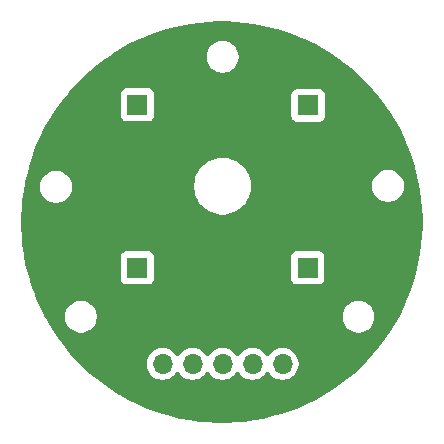
<source format=gbr>
%TF.GenerationSoftware,KiCad,Pcbnew,9.0.1*%
%TF.CreationDate,2025-05-16T16:11:36-04:00*%
%TF.ProjectId,Ir PCB,49722050-4342-42e6-9b69-6361645f7063,rev?*%
%TF.SameCoordinates,Original*%
%TF.FileFunction,Copper,L2,Bot*%
%TF.FilePolarity,Positive*%
%FSLAX46Y46*%
G04 Gerber Fmt 4.6, Leading zero omitted, Abs format (unit mm)*
G04 Created by KiCad (PCBNEW 9.0.1) date 2025-05-16 16:11:36*
%MOMM*%
%LPD*%
G01*
G04 APERTURE LIST*
%TA.AperFunction,ComponentPad*%
%ADD10R,1.800000X1.800000*%
%TD*%
%TA.AperFunction,ComponentPad*%
%ADD11C,1.800000*%
%TD*%
%TA.AperFunction,ComponentPad*%
%ADD12R,1.700000X1.700000*%
%TD*%
%TA.AperFunction,ComponentPad*%
%ADD13O,1.700000X1.700000*%
%TD*%
G04 APERTURE END LIST*
D10*
%TO.P,Q4,1,C*%
%TO.N,/S3*%
X142790000Y-100070000D03*
D11*
%TO.P,Q4,2,E*%
%TO.N,GND*%
X145330000Y-100070000D03*
%TD*%
D12*
%TO.P,J1,1,Pin_1*%
%TO.N,GND*%
X157620000Y-122000000D03*
D13*
%TO.P,J1,2,Pin_2*%
%TO.N,/S1*%
X155080000Y-122000000D03*
%TO.P,J1,3,Pin_3*%
%TO.N,/S2*%
X152540000Y-122000000D03*
%TO.P,J1,4,Pin_4*%
%TO.N,+5V*%
X150000000Y-122000000D03*
%TO.P,J1,5,Pin_5*%
%TO.N,/S3*%
X147460000Y-122000000D03*
%TO.P,J1,6,Pin_6*%
%TO.N,/S4*%
X144920000Y-122000000D03*
%TO.P,J1,7,Pin_7*%
%TO.N,GND*%
X142380000Y-122000000D03*
%TD*%
D10*
%TO.P,Q2,1,C*%
%TO.N,/S1*%
X157200000Y-113870000D03*
D11*
%TO.P,Q2,2,E*%
%TO.N,GND*%
X154660000Y-113870000D03*
%TD*%
D10*
%TO.P,Q5,1,C*%
%TO.N,/S4*%
X142780000Y-113870000D03*
D11*
%TO.P,Q5,2,E*%
%TO.N,GND*%
X145320000Y-113870000D03*
%TD*%
D10*
%TO.P,Q3,1,C*%
%TO.N,/S2*%
X157230000Y-100110000D03*
D11*
%TO.P,Q3,2,E*%
%TO.N,GND*%
X154690000Y-100110000D03*
%TD*%
%TA.AperFunction,Conductor*%
%TO.N,GND*%
G36*
X150335508Y-92995167D02*
G01*
X151114268Y-93031171D01*
X151119979Y-93031567D01*
X151896234Y-93103498D01*
X151901895Y-93104155D01*
X152674010Y-93211860D01*
X152679655Y-93212781D01*
X153445981Y-93356033D01*
X153451584Y-93357215D01*
X154210473Y-93535704D01*
X154215958Y-93537129D01*
X154965790Y-93750475D01*
X154971263Y-93752169D01*
X155710453Y-93999920D01*
X155715790Y-94001847D01*
X156295553Y-94226448D01*
X156442773Y-94283482D01*
X156448036Y-94285662D01*
X157161251Y-94600577D01*
X157166349Y-94602970D01*
X157458497Y-94748443D01*
X157864233Y-94950476D01*
X157869300Y-94953147D01*
X158157911Y-95113902D01*
X158550357Y-95332493D01*
X158555272Y-95335381D01*
X159218121Y-95745799D01*
X159222878Y-95748899D01*
X159866061Y-96189489D01*
X159870691Y-96192821D01*
X160301844Y-96518412D01*
X160492818Y-96662629D01*
X160497303Y-96666182D01*
X161086022Y-97155048D01*
X161097054Y-97164209D01*
X161101373Y-97167967D01*
X161265124Y-97317246D01*
X161677491Y-97693169D01*
X161681634Y-97697125D01*
X162232874Y-98248365D01*
X162236830Y-98252508D01*
X162762030Y-98828624D01*
X162765790Y-98832945D01*
X163263813Y-99432691D01*
X163267370Y-99437181D01*
X163737171Y-100059298D01*
X163740517Y-100063948D01*
X164181086Y-100707100D01*
X164184213Y-100711899D01*
X164594611Y-101374715D01*
X164597513Y-101379654D01*
X164976852Y-102060699D01*
X164979523Y-102065766D01*
X165327016Y-102763624D01*
X165329431Y-102768767D01*
X165644325Y-103481934D01*
X165646517Y-103487226D01*
X165928143Y-104214184D01*
X165930088Y-104219572D01*
X166177830Y-104958737D01*
X166179524Y-104964209D01*
X166392862Y-105714012D01*
X166394302Y-105719556D01*
X166572783Y-106478413D01*
X166573966Y-106484018D01*
X166717217Y-107250340D01*
X166718139Y-107255994D01*
X166825842Y-108028090D01*
X166826502Y-108033780D01*
X166898431Y-108810019D01*
X166898828Y-108815733D01*
X166934833Y-109594491D01*
X166934965Y-109600218D01*
X166934965Y-110379781D01*
X166934833Y-110385508D01*
X166898828Y-111164266D01*
X166898431Y-111169980D01*
X166826502Y-111946219D01*
X166825842Y-111951909D01*
X166718139Y-112724005D01*
X166717217Y-112729659D01*
X166573966Y-113495981D01*
X166572783Y-113501586D01*
X166394302Y-114260443D01*
X166392862Y-114265987D01*
X166179524Y-115015790D01*
X166177830Y-115021262D01*
X165930088Y-115760427D01*
X165928143Y-115765815D01*
X165646517Y-116492773D01*
X165644325Y-116498065D01*
X165329438Y-117211215D01*
X165327016Y-117216375D01*
X164979523Y-117914233D01*
X164976852Y-117919300D01*
X164597513Y-118600345D01*
X164594611Y-118605284D01*
X164184213Y-119268100D01*
X164181086Y-119272899D01*
X163740517Y-119916051D01*
X163737171Y-119920701D01*
X163267370Y-120542818D01*
X163263813Y-120547308D01*
X162765790Y-121147054D01*
X162762030Y-121151375D01*
X162236830Y-121727491D01*
X162232874Y-121731634D01*
X161681634Y-122282874D01*
X161677491Y-122286830D01*
X161101375Y-122812030D01*
X161097054Y-122815790D01*
X160497308Y-123313813D01*
X160492818Y-123317370D01*
X159870701Y-123787171D01*
X159866051Y-123790517D01*
X159222899Y-124231086D01*
X159218100Y-124234213D01*
X158555284Y-124644611D01*
X158550345Y-124647513D01*
X157869300Y-125026852D01*
X157864233Y-125029523D01*
X157166375Y-125377016D01*
X157161215Y-125379438D01*
X156605069Y-125625000D01*
X156448065Y-125694325D01*
X156442773Y-125696517D01*
X155715815Y-125978143D01*
X155710427Y-125980088D01*
X154971262Y-126227830D01*
X154965790Y-126229524D01*
X154215987Y-126442862D01*
X154210443Y-126444302D01*
X153451586Y-126622783D01*
X153445981Y-126623966D01*
X152679659Y-126767217D01*
X152674005Y-126768139D01*
X151901909Y-126875842D01*
X151896219Y-126876502D01*
X151119980Y-126948431D01*
X151114266Y-126948828D01*
X150335508Y-126984833D01*
X150329781Y-126984965D01*
X149550219Y-126984965D01*
X149544492Y-126984833D01*
X148765733Y-126948828D01*
X148760019Y-126948431D01*
X147983780Y-126876502D01*
X147978090Y-126875842D01*
X147205994Y-126768139D01*
X147200340Y-126767217D01*
X146434018Y-126623966D01*
X146428413Y-126622783D01*
X145669556Y-126444302D01*
X145664012Y-126442862D01*
X144914209Y-126229524D01*
X144908737Y-126227830D01*
X144169572Y-125980088D01*
X144164184Y-125978143D01*
X143437226Y-125696517D01*
X143431942Y-125694328D01*
X142718767Y-125379431D01*
X142713624Y-125377016D01*
X142015766Y-125029523D01*
X142010699Y-125026852D01*
X141329654Y-124647513D01*
X141324715Y-124644611D01*
X141261284Y-124605336D01*
X140661889Y-124234206D01*
X140657111Y-124231093D01*
X140013946Y-123790515D01*
X140009298Y-123787171D01*
X139387181Y-123317370D01*
X139382691Y-123313813D01*
X138782945Y-122815790D01*
X138778624Y-122812030D01*
X138202508Y-122286830D01*
X138198365Y-122282874D01*
X137809204Y-121893713D01*
X143569500Y-121893713D01*
X143569500Y-122106286D01*
X143602753Y-122316239D01*
X143668444Y-122518414D01*
X143764951Y-122707820D01*
X143889890Y-122879786D01*
X144040213Y-123030109D01*
X144212179Y-123155048D01*
X144212181Y-123155049D01*
X144212184Y-123155051D01*
X144401588Y-123251557D01*
X144603757Y-123317246D01*
X144813713Y-123350500D01*
X144813714Y-123350500D01*
X145026286Y-123350500D01*
X145026287Y-123350500D01*
X145236243Y-123317246D01*
X145438412Y-123251557D01*
X145627816Y-123155051D01*
X145649789Y-123139086D01*
X145799786Y-123030109D01*
X145799788Y-123030106D01*
X145799792Y-123030104D01*
X145950104Y-122879792D01*
X145950106Y-122879788D01*
X145950109Y-122879786D01*
X146075048Y-122707820D01*
X146075047Y-122707820D01*
X146075051Y-122707816D01*
X146079514Y-122699054D01*
X146127488Y-122648259D01*
X146195308Y-122631463D01*
X146261444Y-122653999D01*
X146300486Y-122699056D01*
X146304951Y-122707820D01*
X146429890Y-122879786D01*
X146580213Y-123030109D01*
X146752179Y-123155048D01*
X146752181Y-123155049D01*
X146752184Y-123155051D01*
X146941588Y-123251557D01*
X147143757Y-123317246D01*
X147353713Y-123350500D01*
X147353714Y-123350500D01*
X147566286Y-123350500D01*
X147566287Y-123350500D01*
X147776243Y-123317246D01*
X147978412Y-123251557D01*
X148167816Y-123155051D01*
X148189789Y-123139086D01*
X148339786Y-123030109D01*
X148339788Y-123030106D01*
X148339792Y-123030104D01*
X148490104Y-122879792D01*
X148490106Y-122879788D01*
X148490109Y-122879786D01*
X148615048Y-122707820D01*
X148615047Y-122707820D01*
X148615051Y-122707816D01*
X148619514Y-122699054D01*
X148667488Y-122648259D01*
X148735308Y-122631463D01*
X148801444Y-122653999D01*
X148840486Y-122699056D01*
X148844951Y-122707820D01*
X148969890Y-122879786D01*
X149120213Y-123030109D01*
X149292179Y-123155048D01*
X149292181Y-123155049D01*
X149292184Y-123155051D01*
X149481588Y-123251557D01*
X149683757Y-123317246D01*
X149893713Y-123350500D01*
X149893714Y-123350500D01*
X150106286Y-123350500D01*
X150106287Y-123350500D01*
X150316243Y-123317246D01*
X150518412Y-123251557D01*
X150707816Y-123155051D01*
X150729789Y-123139086D01*
X150879786Y-123030109D01*
X150879788Y-123030106D01*
X150879792Y-123030104D01*
X151030104Y-122879792D01*
X151030106Y-122879788D01*
X151030109Y-122879786D01*
X151155048Y-122707820D01*
X151155047Y-122707820D01*
X151155051Y-122707816D01*
X151159514Y-122699054D01*
X151207488Y-122648259D01*
X151275308Y-122631463D01*
X151341444Y-122653999D01*
X151380486Y-122699056D01*
X151384951Y-122707820D01*
X151509890Y-122879786D01*
X151660213Y-123030109D01*
X151832179Y-123155048D01*
X151832181Y-123155049D01*
X151832184Y-123155051D01*
X152021588Y-123251557D01*
X152223757Y-123317246D01*
X152433713Y-123350500D01*
X152433714Y-123350500D01*
X152646286Y-123350500D01*
X152646287Y-123350500D01*
X152856243Y-123317246D01*
X153058412Y-123251557D01*
X153247816Y-123155051D01*
X153269789Y-123139086D01*
X153419786Y-123030109D01*
X153419788Y-123030106D01*
X153419792Y-123030104D01*
X153570104Y-122879792D01*
X153570106Y-122879788D01*
X153570109Y-122879786D01*
X153695048Y-122707820D01*
X153695047Y-122707820D01*
X153695051Y-122707816D01*
X153699514Y-122699054D01*
X153747488Y-122648259D01*
X153815308Y-122631463D01*
X153881444Y-122653999D01*
X153920486Y-122699056D01*
X153924951Y-122707820D01*
X154049890Y-122879786D01*
X154200213Y-123030109D01*
X154372179Y-123155048D01*
X154372181Y-123155049D01*
X154372184Y-123155051D01*
X154561588Y-123251557D01*
X154763757Y-123317246D01*
X154973713Y-123350500D01*
X154973714Y-123350500D01*
X155186286Y-123350500D01*
X155186287Y-123350500D01*
X155396243Y-123317246D01*
X155598412Y-123251557D01*
X155787816Y-123155051D01*
X155809789Y-123139086D01*
X155959786Y-123030109D01*
X155959788Y-123030106D01*
X155959792Y-123030104D01*
X156110104Y-122879792D01*
X156110106Y-122879788D01*
X156110109Y-122879786D01*
X156235048Y-122707820D01*
X156235047Y-122707820D01*
X156235051Y-122707816D01*
X156331557Y-122518412D01*
X156397246Y-122316243D01*
X156430500Y-122106287D01*
X156430500Y-121893713D01*
X156397246Y-121683757D01*
X156331557Y-121481588D01*
X156235051Y-121292184D01*
X156235049Y-121292181D01*
X156235048Y-121292179D01*
X156110109Y-121120213D01*
X155959786Y-120969890D01*
X155787820Y-120844951D01*
X155598414Y-120748444D01*
X155598413Y-120748443D01*
X155598412Y-120748443D01*
X155396243Y-120682754D01*
X155396241Y-120682753D01*
X155396240Y-120682753D01*
X155234957Y-120657208D01*
X155186287Y-120649500D01*
X154973713Y-120649500D01*
X154925042Y-120657208D01*
X154763760Y-120682753D01*
X154561585Y-120748444D01*
X154372179Y-120844951D01*
X154200213Y-120969890D01*
X154049890Y-121120213D01*
X153924949Y-121292182D01*
X153920484Y-121300946D01*
X153872509Y-121351742D01*
X153804688Y-121368536D01*
X153738553Y-121345998D01*
X153699516Y-121300946D01*
X153695050Y-121292182D01*
X153570109Y-121120213D01*
X153419786Y-120969890D01*
X153247820Y-120844951D01*
X153058414Y-120748444D01*
X153058413Y-120748443D01*
X153058412Y-120748443D01*
X152856243Y-120682754D01*
X152856241Y-120682753D01*
X152856240Y-120682753D01*
X152694957Y-120657208D01*
X152646287Y-120649500D01*
X152433713Y-120649500D01*
X152385042Y-120657208D01*
X152223760Y-120682753D01*
X152021585Y-120748444D01*
X151832179Y-120844951D01*
X151660213Y-120969890D01*
X151509890Y-121120213D01*
X151384949Y-121292182D01*
X151380484Y-121300946D01*
X151332509Y-121351742D01*
X151264688Y-121368536D01*
X151198553Y-121345998D01*
X151159516Y-121300946D01*
X151155050Y-121292182D01*
X151030109Y-121120213D01*
X150879786Y-120969890D01*
X150707820Y-120844951D01*
X150518414Y-120748444D01*
X150518413Y-120748443D01*
X150518412Y-120748443D01*
X150316243Y-120682754D01*
X150316241Y-120682753D01*
X150316240Y-120682753D01*
X150154957Y-120657208D01*
X150106287Y-120649500D01*
X149893713Y-120649500D01*
X149845042Y-120657208D01*
X149683760Y-120682753D01*
X149481585Y-120748444D01*
X149292179Y-120844951D01*
X149120213Y-120969890D01*
X148969890Y-121120213D01*
X148844949Y-121292182D01*
X148840484Y-121300946D01*
X148792509Y-121351742D01*
X148724688Y-121368536D01*
X148658553Y-121345998D01*
X148619516Y-121300946D01*
X148615050Y-121292182D01*
X148490109Y-121120213D01*
X148339786Y-120969890D01*
X148167820Y-120844951D01*
X147978414Y-120748444D01*
X147978413Y-120748443D01*
X147978412Y-120748443D01*
X147776243Y-120682754D01*
X147776241Y-120682753D01*
X147776240Y-120682753D01*
X147614957Y-120657208D01*
X147566287Y-120649500D01*
X147353713Y-120649500D01*
X147305042Y-120657208D01*
X147143760Y-120682753D01*
X146941585Y-120748444D01*
X146752179Y-120844951D01*
X146580213Y-120969890D01*
X146429890Y-121120213D01*
X146304949Y-121292182D01*
X146300484Y-121300946D01*
X146252509Y-121351742D01*
X146184688Y-121368536D01*
X146118553Y-121345998D01*
X146079516Y-121300946D01*
X146075050Y-121292182D01*
X145950109Y-121120213D01*
X145799786Y-120969890D01*
X145627820Y-120844951D01*
X145438414Y-120748444D01*
X145438413Y-120748443D01*
X145438412Y-120748443D01*
X145236243Y-120682754D01*
X145236241Y-120682753D01*
X145236240Y-120682753D01*
X145074957Y-120657208D01*
X145026287Y-120649500D01*
X144813713Y-120649500D01*
X144765042Y-120657208D01*
X144603760Y-120682753D01*
X144401585Y-120748444D01*
X144212179Y-120844951D01*
X144040213Y-120969890D01*
X143889890Y-121120213D01*
X143764951Y-121292179D01*
X143668444Y-121481585D01*
X143602753Y-121683760D01*
X143569500Y-121893713D01*
X137809204Y-121893713D01*
X137647125Y-121731634D01*
X137643169Y-121727491D01*
X137117969Y-121151375D01*
X137114209Y-121147054D01*
X137091921Y-121120213D01*
X136616182Y-120547303D01*
X136612629Y-120542818D01*
X136142828Y-119920701D01*
X136139482Y-119916051D01*
X136073436Y-119819635D01*
X135698899Y-119272878D01*
X135695799Y-119268121D01*
X135285381Y-118605272D01*
X135282486Y-118600345D01*
X135124242Y-118316243D01*
X134903147Y-117919300D01*
X134900476Y-117914233D01*
X134890258Y-117893713D01*
X136649500Y-117893713D01*
X136649500Y-118106286D01*
X136682753Y-118316239D01*
X136748444Y-118518414D01*
X136844951Y-118707820D01*
X136969890Y-118879786D01*
X137120213Y-119030109D01*
X137292179Y-119155048D01*
X137292181Y-119155049D01*
X137292184Y-119155051D01*
X137481588Y-119251557D01*
X137683757Y-119317246D01*
X137893713Y-119350500D01*
X137893714Y-119350500D01*
X138106286Y-119350500D01*
X138106287Y-119350500D01*
X138316243Y-119317246D01*
X138518412Y-119251557D01*
X138707816Y-119155051D01*
X138766452Y-119112450D01*
X138879786Y-119030109D01*
X138879788Y-119030106D01*
X138879792Y-119030104D01*
X139030104Y-118879792D01*
X139030106Y-118879788D01*
X139030109Y-118879786D01*
X139155048Y-118707820D01*
X139155047Y-118707820D01*
X139155051Y-118707816D01*
X139251557Y-118518412D01*
X139317246Y-118316243D01*
X139350500Y-118106287D01*
X139350500Y-117893713D01*
X160149500Y-117893713D01*
X160149500Y-118106286D01*
X160182753Y-118316239D01*
X160248444Y-118518414D01*
X160344951Y-118707820D01*
X160469890Y-118879786D01*
X160620213Y-119030109D01*
X160792179Y-119155048D01*
X160792181Y-119155049D01*
X160792184Y-119155051D01*
X160981588Y-119251557D01*
X161183757Y-119317246D01*
X161393713Y-119350500D01*
X161393714Y-119350500D01*
X161606286Y-119350500D01*
X161606287Y-119350500D01*
X161816243Y-119317246D01*
X162018412Y-119251557D01*
X162207816Y-119155051D01*
X162266452Y-119112450D01*
X162379786Y-119030109D01*
X162379788Y-119030106D01*
X162379792Y-119030104D01*
X162530104Y-118879792D01*
X162530106Y-118879788D01*
X162530109Y-118879786D01*
X162655048Y-118707820D01*
X162655047Y-118707820D01*
X162655051Y-118707816D01*
X162751557Y-118518412D01*
X162817246Y-118316243D01*
X162850500Y-118106287D01*
X162850500Y-117893713D01*
X162817246Y-117683757D01*
X162751557Y-117481588D01*
X162655051Y-117292184D01*
X162655049Y-117292181D01*
X162655048Y-117292179D01*
X162530109Y-117120213D01*
X162379786Y-116969890D01*
X162207820Y-116844951D01*
X162018414Y-116748444D01*
X162018413Y-116748443D01*
X162018412Y-116748443D01*
X161816243Y-116682754D01*
X161816241Y-116682753D01*
X161816240Y-116682753D01*
X161654957Y-116657208D01*
X161606287Y-116649500D01*
X161393713Y-116649500D01*
X161345042Y-116657208D01*
X161183760Y-116682753D01*
X160981585Y-116748444D01*
X160792179Y-116844951D01*
X160620213Y-116969890D01*
X160469890Y-117120213D01*
X160344951Y-117292179D01*
X160248444Y-117481585D01*
X160182753Y-117683760D01*
X160149500Y-117893713D01*
X139350500Y-117893713D01*
X139317246Y-117683757D01*
X139251557Y-117481588D01*
X139155051Y-117292184D01*
X139155049Y-117292181D01*
X139155048Y-117292179D01*
X139030109Y-117120213D01*
X138879786Y-116969890D01*
X138707820Y-116844951D01*
X138518414Y-116748444D01*
X138518413Y-116748443D01*
X138518412Y-116748443D01*
X138316243Y-116682754D01*
X138316241Y-116682753D01*
X138316240Y-116682753D01*
X138154957Y-116657208D01*
X138106287Y-116649500D01*
X137893713Y-116649500D01*
X137845042Y-116657208D01*
X137683760Y-116682753D01*
X137481585Y-116748444D01*
X137292179Y-116844951D01*
X137120213Y-116969890D01*
X136969890Y-117120213D01*
X136844951Y-117292179D01*
X136748444Y-117481585D01*
X136682753Y-117683760D01*
X136649500Y-117893713D01*
X134890258Y-117893713D01*
X134685044Y-117481588D01*
X134552970Y-117216349D01*
X134550577Y-117211251D01*
X134235662Y-116498036D01*
X134233482Y-116492773D01*
X134083153Y-116104730D01*
X133951847Y-115765790D01*
X133949920Y-115760453D01*
X133702169Y-115021262D01*
X133700475Y-115015790D01*
X133661123Y-114877482D01*
X133487129Y-114265958D01*
X133485704Y-114260473D01*
X133307215Y-113501584D01*
X133306033Y-113495981D01*
X133202399Y-112941591D01*
X133198762Y-112922135D01*
X141379500Y-112922135D01*
X141379500Y-114817870D01*
X141379501Y-114817876D01*
X141385908Y-114877483D01*
X141436202Y-115012328D01*
X141436206Y-115012335D01*
X141522452Y-115127544D01*
X141522455Y-115127547D01*
X141637664Y-115213793D01*
X141637671Y-115213797D01*
X141772517Y-115264091D01*
X141772516Y-115264091D01*
X141779444Y-115264835D01*
X141832127Y-115270500D01*
X143727872Y-115270499D01*
X143787483Y-115264091D01*
X143922331Y-115213796D01*
X144037546Y-115127546D01*
X144123796Y-115012331D01*
X144174091Y-114877483D01*
X144180500Y-114817873D01*
X144180499Y-112922135D01*
X155799500Y-112922135D01*
X155799500Y-114817870D01*
X155799501Y-114817876D01*
X155805908Y-114877483D01*
X155856202Y-115012328D01*
X155856206Y-115012335D01*
X155942452Y-115127544D01*
X155942455Y-115127547D01*
X156057664Y-115213793D01*
X156057671Y-115213797D01*
X156192517Y-115264091D01*
X156192516Y-115264091D01*
X156199444Y-115264835D01*
X156252127Y-115270500D01*
X158147872Y-115270499D01*
X158207483Y-115264091D01*
X158342331Y-115213796D01*
X158457546Y-115127546D01*
X158543796Y-115012331D01*
X158594091Y-114877483D01*
X158600500Y-114817873D01*
X158600499Y-112922128D01*
X158594091Y-112862517D01*
X158543796Y-112727669D01*
X158543795Y-112727668D01*
X158543793Y-112727664D01*
X158457547Y-112612455D01*
X158457544Y-112612452D01*
X158342335Y-112526206D01*
X158342328Y-112526202D01*
X158207482Y-112475908D01*
X158207483Y-112475908D01*
X158147883Y-112469501D01*
X158147881Y-112469500D01*
X158147873Y-112469500D01*
X158147864Y-112469500D01*
X156252129Y-112469500D01*
X156252123Y-112469501D01*
X156192516Y-112475908D01*
X156057671Y-112526202D01*
X156057664Y-112526206D01*
X155942455Y-112612452D01*
X155942452Y-112612455D01*
X155856206Y-112727664D01*
X155856202Y-112727671D01*
X155805908Y-112862517D01*
X155803085Y-112888780D01*
X155799501Y-112922123D01*
X155799500Y-112922135D01*
X144180499Y-112922135D01*
X144180499Y-112922128D01*
X144174091Y-112862517D01*
X144123796Y-112727669D01*
X144123795Y-112727668D01*
X144123793Y-112727664D01*
X144037547Y-112612455D01*
X144037544Y-112612452D01*
X143922335Y-112526206D01*
X143922328Y-112526202D01*
X143787482Y-112475908D01*
X143787483Y-112475908D01*
X143727883Y-112469501D01*
X143727881Y-112469500D01*
X143727873Y-112469500D01*
X143727864Y-112469500D01*
X141832129Y-112469500D01*
X141832123Y-112469501D01*
X141772516Y-112475908D01*
X141637671Y-112526202D01*
X141637664Y-112526206D01*
X141522455Y-112612452D01*
X141522452Y-112612455D01*
X141436206Y-112727664D01*
X141436202Y-112727671D01*
X141385908Y-112862517D01*
X141383085Y-112888780D01*
X141379501Y-112922123D01*
X141379500Y-112922135D01*
X133198762Y-112922135D01*
X133198758Y-112922116D01*
X133162781Y-112729655D01*
X133161860Y-112724005D01*
X133054155Y-111951895D01*
X133053497Y-111946219D01*
X132981568Y-111169980D01*
X132981171Y-111164266D01*
X132945167Y-110385508D01*
X132945035Y-110379781D01*
X132945035Y-109600218D01*
X132945167Y-109594491D01*
X132981171Y-108815733D01*
X132981568Y-108810019D01*
X133025002Y-108341289D01*
X133053499Y-108033760D01*
X133054157Y-108028090D01*
X133076199Y-107870082D01*
X133161861Y-107255982D01*
X133162782Y-107250340D01*
X133192527Y-107091220D01*
X133227578Y-106903713D01*
X134539500Y-106903713D01*
X134539500Y-107116286D01*
X134561627Y-107255994D01*
X134572754Y-107326243D01*
X134612449Y-107448412D01*
X134638444Y-107528414D01*
X134734951Y-107717820D01*
X134859890Y-107889786D01*
X135010213Y-108040109D01*
X135182179Y-108165048D01*
X135182181Y-108165049D01*
X135182184Y-108165051D01*
X135371588Y-108261557D01*
X135573757Y-108327246D01*
X135783713Y-108360500D01*
X135783714Y-108360500D01*
X135996286Y-108360500D01*
X135996287Y-108360500D01*
X136206243Y-108327246D01*
X136408412Y-108261557D01*
X136597816Y-108165051D01*
X136669467Y-108112994D01*
X136769786Y-108040109D01*
X136769788Y-108040106D01*
X136769792Y-108040104D01*
X136920104Y-107889792D01*
X136920106Y-107889788D01*
X136920109Y-107889786D01*
X137045048Y-107717820D01*
X137045047Y-107717820D01*
X137045051Y-107717816D01*
X137141557Y-107528412D01*
X137207246Y-107326243D01*
X137240500Y-107116287D01*
X137240500Y-106903713D01*
X137227829Y-106823713D01*
X137226478Y-106815186D01*
X147589500Y-106815186D01*
X147589500Y-107084813D01*
X147619686Y-107352719D01*
X147619688Y-107352731D01*
X147679684Y-107615594D01*
X147679687Y-107615602D01*
X147768734Y-107870082D01*
X147885714Y-108112994D01*
X147885716Y-108112997D01*
X148029162Y-108341289D01*
X148197266Y-108552085D01*
X148387915Y-108742734D01*
X148598711Y-108910838D01*
X148827003Y-109054284D01*
X149069921Y-109171267D01*
X149261049Y-109238145D01*
X149324397Y-109260312D01*
X149324405Y-109260315D01*
X149324408Y-109260315D01*
X149324409Y-109260316D01*
X149587268Y-109320312D01*
X149855187Y-109350499D01*
X149855188Y-109350500D01*
X149855191Y-109350500D01*
X150124812Y-109350500D01*
X150124812Y-109350499D01*
X150392732Y-109320312D01*
X150655591Y-109260316D01*
X150910079Y-109171267D01*
X151152997Y-109054284D01*
X151381289Y-108910838D01*
X151592085Y-108742734D01*
X151782734Y-108552085D01*
X151950838Y-108341289D01*
X152094284Y-108112997D01*
X152211267Y-107870079D01*
X152300316Y-107615591D01*
X152360312Y-107352732D01*
X152390500Y-107084809D01*
X152390500Y-106823713D01*
X162649500Y-106823713D01*
X162649500Y-107036287D01*
X162682754Y-107246243D01*
X162717354Y-107352731D01*
X162748444Y-107448414D01*
X162844951Y-107637820D01*
X162969890Y-107809786D01*
X163120213Y-107960109D01*
X163292179Y-108085048D01*
X163292181Y-108085049D01*
X163292184Y-108085051D01*
X163481588Y-108181557D01*
X163683757Y-108247246D01*
X163893713Y-108280500D01*
X163893714Y-108280500D01*
X164106286Y-108280500D01*
X164106287Y-108280500D01*
X164316243Y-108247246D01*
X164518412Y-108181557D01*
X164707816Y-108085051D01*
X164786217Y-108028090D01*
X164879786Y-107960109D01*
X164879788Y-107960106D01*
X164879792Y-107960104D01*
X165030104Y-107809792D01*
X165030106Y-107809788D01*
X165030109Y-107809786D01*
X165155048Y-107637820D01*
X165155047Y-107637820D01*
X165155051Y-107637816D01*
X165251557Y-107448412D01*
X165317246Y-107246243D01*
X165350500Y-107036287D01*
X165350500Y-106823713D01*
X165317246Y-106613757D01*
X165251557Y-106411588D01*
X165155051Y-106222184D01*
X165155049Y-106222181D01*
X165155048Y-106222179D01*
X165030109Y-106050213D01*
X164879786Y-105899890D01*
X164707820Y-105774951D01*
X164518414Y-105678444D01*
X164518413Y-105678443D01*
X164518412Y-105678443D01*
X164316243Y-105612754D01*
X164316241Y-105612753D01*
X164316240Y-105612753D01*
X164154957Y-105587208D01*
X164106287Y-105579500D01*
X163893713Y-105579500D01*
X163845042Y-105587208D01*
X163683760Y-105612753D01*
X163481585Y-105678444D01*
X163292179Y-105774951D01*
X163120213Y-105899890D01*
X162969890Y-106050213D01*
X162844951Y-106222179D01*
X162748444Y-106411585D01*
X162682753Y-106613760D01*
X162650851Y-106815186D01*
X162649500Y-106823713D01*
X152390500Y-106823713D01*
X152390500Y-106815191D01*
X152360312Y-106547268D01*
X152300316Y-106284409D01*
X152211267Y-106029921D01*
X152094284Y-105787003D01*
X151950838Y-105558711D01*
X151782734Y-105347915D01*
X151592085Y-105157266D01*
X151381289Y-104989162D01*
X151152997Y-104845716D01*
X151152994Y-104845714D01*
X150910082Y-104728734D01*
X150655602Y-104639687D01*
X150655594Y-104639684D01*
X150458446Y-104594687D01*
X150392732Y-104579688D01*
X150392728Y-104579687D01*
X150392719Y-104579686D01*
X150124813Y-104549500D01*
X150124809Y-104549500D01*
X149855191Y-104549500D01*
X149855186Y-104549500D01*
X149587280Y-104579686D01*
X149587268Y-104579688D01*
X149324405Y-104639684D01*
X149324397Y-104639687D01*
X149069917Y-104728734D01*
X148827005Y-104845714D01*
X148598712Y-104989161D01*
X148387915Y-105157265D01*
X148197265Y-105347915D01*
X148029161Y-105558712D01*
X147885714Y-105787005D01*
X147768734Y-106029917D01*
X147679687Y-106284397D01*
X147679684Y-106284405D01*
X147619688Y-106547268D01*
X147619686Y-106547280D01*
X147589500Y-106815186D01*
X137226478Y-106815186D01*
X137207246Y-106693760D01*
X137207246Y-106693757D01*
X137141557Y-106491588D01*
X137045051Y-106302184D01*
X137045049Y-106302181D01*
X137045048Y-106302179D01*
X136920109Y-106130213D01*
X136769786Y-105979890D01*
X136597820Y-105854951D01*
X136408414Y-105758444D01*
X136408413Y-105758443D01*
X136408412Y-105758443D01*
X136206243Y-105692754D01*
X136206241Y-105692753D01*
X136206240Y-105692753D01*
X136044957Y-105667208D01*
X135996287Y-105659500D01*
X135783713Y-105659500D01*
X135735042Y-105667208D01*
X135573760Y-105692753D01*
X135371585Y-105758444D01*
X135182179Y-105854951D01*
X135010213Y-105979890D01*
X134859890Y-106130213D01*
X134734951Y-106302179D01*
X134638444Y-106491585D01*
X134572753Y-106693760D01*
X134539500Y-106903713D01*
X133227578Y-106903713D01*
X133306034Y-106484009D01*
X133307216Y-106478413D01*
X133348666Y-106302179D01*
X133485707Y-105719516D01*
X133487126Y-105714052D01*
X133700478Y-104964197D01*
X133702169Y-104958737D01*
X133740050Y-104845716D01*
X133949925Y-104219532D01*
X133951841Y-104214223D01*
X134233485Y-103487217D01*
X134235655Y-103481979D01*
X134550584Y-102768731D01*
X134552962Y-102763667D01*
X134900480Y-102065756D01*
X134903147Y-102060699D01*
X135162984Y-101594202D01*
X135282504Y-101379623D01*
X135285369Y-101374745D01*
X135695812Y-100711858D01*
X135698886Y-100707141D01*
X136139503Y-100063917D01*
X136142806Y-100059328D01*
X136612649Y-99437154D01*
X136616165Y-99432716D01*
X136874069Y-99122135D01*
X141389500Y-99122135D01*
X141389500Y-101017870D01*
X141389501Y-101017876D01*
X141395908Y-101077483D01*
X141446202Y-101212328D01*
X141446206Y-101212335D01*
X141532452Y-101327544D01*
X141532455Y-101327547D01*
X141647664Y-101413793D01*
X141647671Y-101413797D01*
X141782517Y-101464091D01*
X141782516Y-101464091D01*
X141789444Y-101464835D01*
X141842127Y-101470500D01*
X143737872Y-101470499D01*
X143797483Y-101464091D01*
X143932331Y-101413796D01*
X144047546Y-101327546D01*
X144133796Y-101212331D01*
X144184091Y-101077483D01*
X144190500Y-101017873D01*
X144190499Y-99162135D01*
X155829500Y-99162135D01*
X155829500Y-101057870D01*
X155829501Y-101057876D01*
X155835908Y-101117483D01*
X155886202Y-101252328D01*
X155886206Y-101252335D01*
X155972452Y-101367544D01*
X155972455Y-101367547D01*
X156087664Y-101453793D01*
X156087671Y-101453797D01*
X156222517Y-101504091D01*
X156222516Y-101504091D01*
X156229444Y-101504835D01*
X156282127Y-101510500D01*
X158177872Y-101510499D01*
X158237483Y-101504091D01*
X158372331Y-101453796D01*
X158487546Y-101367546D01*
X158573796Y-101252331D01*
X158624091Y-101117483D01*
X158630500Y-101057873D01*
X158630499Y-99162128D01*
X158624091Y-99102517D01*
X158600620Y-99039589D01*
X158573797Y-98967671D01*
X158573793Y-98967664D01*
X158487547Y-98852455D01*
X158487544Y-98852452D01*
X158372335Y-98766206D01*
X158372328Y-98766202D01*
X158237482Y-98715908D01*
X158237483Y-98715908D01*
X158177883Y-98709501D01*
X158177881Y-98709500D01*
X158177873Y-98709500D01*
X158177864Y-98709500D01*
X156282129Y-98709500D01*
X156282123Y-98709501D01*
X156222516Y-98715908D01*
X156087671Y-98766202D01*
X156087664Y-98766206D01*
X155972455Y-98852452D01*
X155972452Y-98852455D01*
X155886206Y-98967664D01*
X155886202Y-98967671D01*
X155835908Y-99102517D01*
X155829501Y-99162116D01*
X155829501Y-99162123D01*
X155829500Y-99162135D01*
X144190499Y-99162135D01*
X144190499Y-99122128D01*
X144184091Y-99062517D01*
X144175539Y-99039589D01*
X144133797Y-98927671D01*
X144133793Y-98927664D01*
X144047547Y-98812455D01*
X144047544Y-98812452D01*
X143932335Y-98726206D01*
X143932328Y-98726202D01*
X143797482Y-98675908D01*
X143797483Y-98675908D01*
X143737883Y-98669501D01*
X143737881Y-98669500D01*
X143737873Y-98669500D01*
X143737864Y-98669500D01*
X141842129Y-98669500D01*
X141842123Y-98669501D01*
X141782516Y-98675908D01*
X141647671Y-98726202D01*
X141647664Y-98726206D01*
X141532455Y-98812452D01*
X141532452Y-98812455D01*
X141446206Y-98927664D01*
X141446202Y-98927671D01*
X141395908Y-99062517D01*
X141391608Y-99102516D01*
X141389501Y-99122123D01*
X141389500Y-99122135D01*
X136874069Y-99122135D01*
X137114230Y-98832920D01*
X137117948Y-98828647D01*
X137643189Y-98252486D01*
X137647103Y-98248387D01*
X138198387Y-97697103D01*
X138202486Y-97693189D01*
X138778647Y-97167948D01*
X138782920Y-97164230D01*
X139382716Y-96666165D01*
X139387154Y-96662649D01*
X140009328Y-96192806D01*
X140013917Y-96189503D01*
X140445719Y-95893713D01*
X148649500Y-95893713D01*
X148649500Y-96106286D01*
X148682753Y-96316239D01*
X148748444Y-96518414D01*
X148844951Y-96707820D01*
X148969890Y-96879786D01*
X149120213Y-97030109D01*
X149292179Y-97155048D01*
X149292181Y-97155049D01*
X149292184Y-97155051D01*
X149481588Y-97251557D01*
X149683757Y-97317246D01*
X149893713Y-97350500D01*
X149893714Y-97350500D01*
X150106286Y-97350500D01*
X150106287Y-97350500D01*
X150316243Y-97317246D01*
X150518412Y-97251557D01*
X150707816Y-97155051D01*
X150729789Y-97139086D01*
X150879786Y-97030109D01*
X150879788Y-97030106D01*
X150879792Y-97030104D01*
X151030104Y-96879792D01*
X151030106Y-96879788D01*
X151030109Y-96879786D01*
X151155048Y-96707820D01*
X151155047Y-96707820D01*
X151155051Y-96707816D01*
X151251557Y-96518412D01*
X151317246Y-96316243D01*
X151350500Y-96106287D01*
X151350500Y-95893713D01*
X151317246Y-95683757D01*
X151251557Y-95481588D01*
X151155051Y-95292184D01*
X151155049Y-95292181D01*
X151155048Y-95292179D01*
X151030109Y-95120213D01*
X150879786Y-94969890D01*
X150707820Y-94844951D01*
X150518414Y-94748444D01*
X150518413Y-94748443D01*
X150518412Y-94748443D01*
X150316243Y-94682754D01*
X150316241Y-94682753D01*
X150316240Y-94682753D01*
X150154957Y-94657208D01*
X150106287Y-94649500D01*
X149893713Y-94649500D01*
X149845042Y-94657208D01*
X149683760Y-94682753D01*
X149481585Y-94748444D01*
X149292179Y-94844951D01*
X149120213Y-94969890D01*
X148969890Y-95120213D01*
X148844951Y-95292179D01*
X148748444Y-95481585D01*
X148682753Y-95683760D01*
X148649500Y-95893713D01*
X140445719Y-95893713D01*
X140657141Y-95748886D01*
X140661858Y-95745812D01*
X141324745Y-95335369D01*
X141329623Y-95332504D01*
X142010708Y-94953142D01*
X142015756Y-94950480D01*
X142713667Y-94602962D01*
X142718731Y-94600584D01*
X143431979Y-94285655D01*
X143437217Y-94283485D01*
X144164223Y-94001841D01*
X144169532Y-93999925D01*
X144908748Y-93752165D01*
X144914197Y-93750478D01*
X145664052Y-93537126D01*
X145669516Y-93535707D01*
X146428423Y-93357213D01*
X146434009Y-93356034D01*
X147200351Y-93212780D01*
X147205982Y-93211861D01*
X147978109Y-93104154D01*
X147983760Y-93103499D01*
X148760023Y-93031567D01*
X148765728Y-93031171D01*
X149544492Y-92995167D01*
X149550219Y-92995035D01*
X150329781Y-92995035D01*
X150335508Y-92995167D01*
G37*
%TD.AperFunction*%
%TD*%
M02*

</source>
